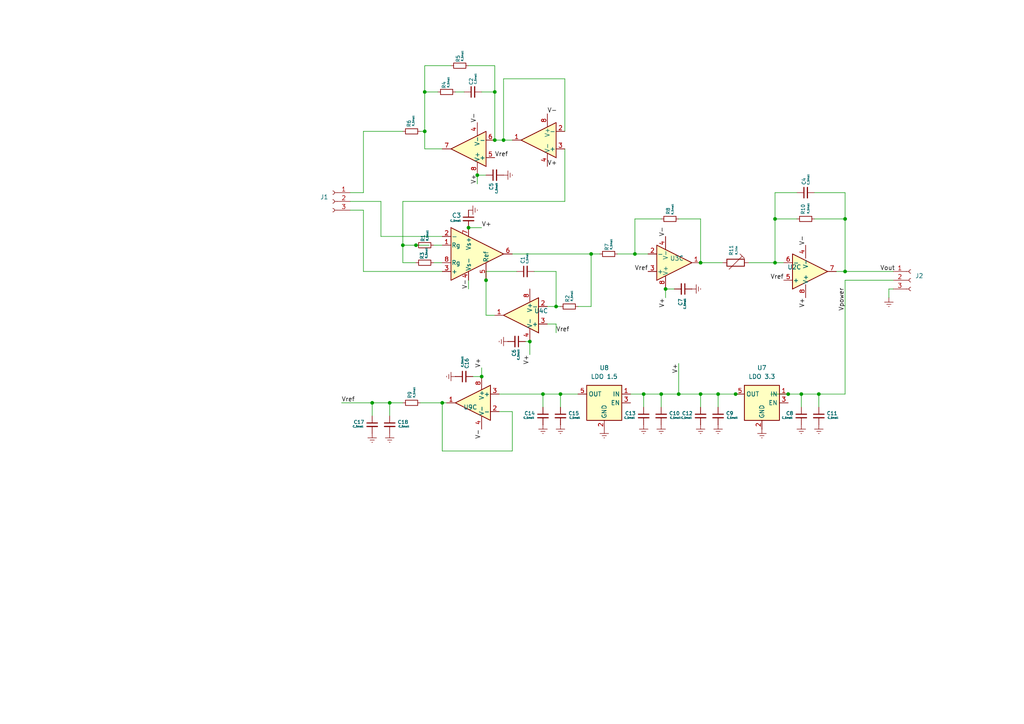
<source format=kicad_sch>
(kicad_sch (version 20250114) (generator "eeschema") (generator_version "9.0")
  (paper "A4")
  (lib_symbols
    (symbol "Amplifier_Instrumentation:AD623" (pin_names (offset 0.127))
      (property "Reference" "U" (at 3.81 7.62 0))
      (property "Value" "AD623" (at 5.08 5.08 0))
      (symbol "AD623_0_1"
        (polyline (pts (xy -7.62 7.62) (xy -7.62 -7.62) (xy 7.62 0) (xy -7.62 7.62)) (stroke (width 0.254)) (fill (type background)))
      )
      (symbol "AD623_1_1"
        (pin input line (at -10.16 5.08 0) (length 2.54) (name "-") (number "2"))
        (pin passive line (at -10.16 2.54 0) (length 2.54) (name "Rg") (number "1"))
        (pin passive line (at -10.16 -2.54 0) (length 2.54) (name "Rg") (number "8"))
        (pin input line (at -10.16 -5.08 0) (length 2.54) (name "+") (number "3"))
        (pin power_in line (at -2.54 7.62 270) (length 2.54) (name "Vs+") (number "7"))
        (pin power_in line (at -2.54 -7.62 90) (length 2.54) (name "Vs-") (number "4"))
        (pin passive line (at 2.54 -7.62 90) (length 5.08) (name "Ref") (number "5"))
        (pin output line (at 10.16 0 180) (length 2.54) (name "~") (number "6"))
      )
    )
    (symbol "Amplifier_Operational:OPA1662D" (pin_names (offset 0.127))
      (property "Reference" "U" (at 0 5.08 0))
      (property "Value" "OPA1662D" (at 0 -5.08 0))
      (symbol "OPA1662D_1_1"
        (polyline (pts (xy -5.08 5.08) (xy 5.08 0) (xy -5.08 -5.08) (xy -5.08 5.08)) (stroke (width 0.254)) (fill (type background)))
        (pin input line (at -7.62 2.54 0) (length 2.54) (name "+") (number "3"))
        (pin input line (at -7.62 -2.54 0) (length 2.54) (name "-") (number "2"))
        (pin output line (at 7.62 0 180) (length 2.54) (name "~") (number "1"))
      )
      (symbol "OPA1662D_2_1"
        (polyline (pts (xy -5.08 5.08) (xy 5.08 0) (xy -5.08 -5.08) (xy -5.08 5.08)) (stroke (width 0.254)) (fill (type background)))
        (pin input line (at -7.62 2.54 0) (length 2.54) (name "+") (number "5"))
        (pin input line (at -7.62 -2.54 0) (length 2.54) (name "-") (number "6"))
        (pin output line (at 7.62 0 180) (length 2.54) (name "~") (number "7"))
      )
      (symbol "OPA1662D_3_1"
        (pin power_in line (at -2.54 7.62 270) (length 3.81) (name "V+") (number "8"))
        (pin power_in line (at -2.54 -7.62 90) (length 3.81) (name "V-") (number "4"))
      )
    )
    (symbol "Connector:Conn_01x03_Socket" (pin_names (offset 1.016) (hide yes))
      (property "Reference" "J" (at 0 5.08 0))
      (property "Value" "Conn_01x03_Socket" (at 0 -5.08 0))
      (symbol "Conn_01x03_Socket_1_1"
        (polyline (pts (xy -1.27 2.54) (xy -0.508 2.54)) (stroke (width 0.1524)))
        (polyline (pts (xy -1.27 0) (xy -0.508 0)) (stroke (width 0.1524)))
        (polyline (pts (xy -1.27 -2.54) (xy -0.508 -2.54)) (stroke (width 0.1524)))
        (arc (start 0 2.032) (mid -0.5058 2.54) (end 0 3.048) (stroke (width 0.1524)))
        (arc (start 0 -0.508) (mid -0.5058 0) (end 0 0.508) (stroke (width 0.1524)))
        (arc (start 0 -3.048) (mid -0.5058 -2.54) (end 0 -2.032) (stroke (width 0.1524)))
        (pin passive line (at -5.08 2.54 0) (length 3.81) (name "Pin_1") (number "1"))
        (pin passive line (at -5.08 0 0) (length 3.81) (name "Pin_2") (number "2"))
        (pin passive line (at -5.08 -2.54 0) (length 3.81) (name "Pin_3") (number "3"))
      )
    )
    (symbol "Device:C_Small" (pin_numbers (hide yes)) (pin_names (offset 0.254) (hide yes))
      (property "Reference" "C" (at 0.254 1.778 0))
      (property "Value" "C_Small" (at 0.254 -2.032 0))
      (symbol "C_Small_0_1"
        (polyline (pts (xy -1.524 0.508) (xy 1.524 0.508)) (stroke (width 0.3048)))
        (polyline (pts (xy -1.524 -0.508) (xy 1.524 -0.508)) (stroke (width 0.3302)))
      )
      (symbol "C_Small_1_1"
        (pin passive line (at 0 2.54 270) (length 2.032) (name "~") (number "1"))
        (pin passive line (at 0 -2.54 90) (length 2.032) (name "~") (number "2"))
      )
    )
    (symbol "Device:R_Small" (pin_numbers (hide yes)) (pin_names (offset 0.254) (hide yes))
      (property "Reference" "R" (at 0 0 90))
      (property "Value" "R_Small" (at 1.778 0 90))
      (symbol "R_Small_0_1"
        (rectangle (start -0.762 1.778) (end 0.762 -1.778) (stroke (width 0.2032)))
      )
      (symbol "R_Small_1_1"
        (pin passive line (at 0 2.54 270) (length 0.762) (name "~") (number "1"))
        (pin passive line (at 0 -2.54 90) (length 0.762) (name "~") (number "2"))
      )
    )
    (symbol "Device:R_Trim" (pin_numbers (hide yes)) (pin_names (offset 0))
      (property "Reference" "R" (at 2.54 -2.54 90))
      (property "Value" "R_Trim" (at -2.54 -0.635 90))
      (symbol "R_Trim_0_1"
        (polyline (pts (xy -1.905 -1.905) (xy 1.905 1.905) (xy 2.54 1.27) (xy 1.27 2.54)))
        (rectangle (start -1.016 -2.54) (end 1.016 2.54) (stroke (width 0.254)))
      )
      (symbol "R_Trim_1_1"
        (pin passive line (at 0 3.81 270) (length 1.27) (name "~") (number "1"))
        (pin passive line (at 0 -3.81 90) (length 1.27) (name "~") (number "2"))
      )
    )
    (symbol "Regulator_Linear:LP3992-18B5"
      (property "Reference" "U" (at -3.81 6.35 0))
      (property "Value" "LP3992-18B5" (at 6.35 6.35 0))
      (symbol "LP3992-18B5_0_1"
        (rectangle (start -5.08 -5.08) (end 5.08 5.08) (stroke (width 0.254)) (fill (type background)))
        (pin power_in line (at -7.62 2.54 0) (length 2.54) (name "IN") (number "1"))
        (pin input line (at -7.62 0 0) (length 2.54) (name "EN") (number "3"))
        (pin power_in line (at 0 -7.62 90) (length 2.54) (name "GND") (number "2"))
        (pin no_connect line (at 5.08 0 180) (length 2.54) (hide yes) (name "NC") (number "4"))
        (pin power_out line (at 7.62 2.54 180) (length 2.54) (name "OUT") (number "5"))
      )
    )
    (symbol "power:Earth" (power) (pin_numbers (hide yes)) (pin_names (offset 0) (hide yes))
      (property "Value" "Earth" (at 0 -3.81 0))
      (symbol "Earth_0_1"
        (polyline (pts (xy -0.635 -1.905) (xy 0.635 -1.905)))
        (polyline (pts (xy -0.127 -2.54) (xy 0.127 -2.54)))
        (polyline (pts (xy 0 -1.27) (xy 0 0)))
        (polyline (pts (xy 1.27 -1.27) (xy -1.27 -1.27)))
      )
      (symbol "Earth_1_1"
        (pin power_in line (at 0 0 270) (length 0) (name "~") (number "1"))
      )
    )
  )
  (junction (at 196.85 114.3))
  (junction (at 143.51 40.64))
  (junction (at 161.29 88.9))
  (junction (at 186.69 114.3))
  (junction (at 138.43 50.8))
  (junction (at 232.41 114.3))
  (junction (at 191.77 114.3))
  (junction (at 143.51 26.67))
  (junction (at 116.84 71.12))
  (junction (at 140.97 81.28))
  (junction (at 203.2 76.2))
  (junction (at 224.79 63.5))
  (junction (at 146.05 40.64))
  (junction (at 107.95 116.84))
  (junction (at 208.28 114.3))
  (junction (at 128.27 116.84))
  (junction (at 193.04 83.82))
  (junction (at 213.36 114.3))
  (junction (at 113.03 116.84))
  (junction (at 245.11 63.5))
  (junction (at 139.7 109.22))
  (junction (at 120.65 71.12))
  (junction (at 135.89 66.04))
  (junction (at 123.19 38.1))
  (junction (at 245.11 78.74))
  (junction (at 162.56 114.3))
  (junction (at 123.19 26.67))
  (junction (at 203.2 114.3))
  (junction (at 171.45 73.66))
  (junction (at 157.48 114.3))
  (junction (at 224.79 76.2))
  (junction (at 228.6 114.3))
  (junction (at 237.49 114.3))
  (junction (at 184.15 73.66))
  (junction (at 153.67 99.06))
  (wire (pts (xy 237.49 114.3) (xy 232.41 114.3)))
  (wire (pts (xy 214.63 114.3) (xy 213.36 114.3)))
  (wire (pts (xy 128.27 130.81) (xy 128.27 116.84)))
  (wire (pts (xy 110.49 68.58) (xy 110.49 58.42)))
  (wire (pts (xy 139.7 109.22) (xy 139.7 106.68)))
  (wire (pts (xy 113.03 116.84) (xy 113.03 120.65)))
  (wire (pts (xy 224.79 63.5) (xy 224.79 76.2)))
  (wire (pts (xy 153.67 102.87) (xy 153.67 99.06)))
  (wire (pts (xy 236.22 55.88) (xy 245.11 55.88)))
  (wire (pts (xy 148.59 130.81) (xy 128.27 130.81)))
  (wire (pts (xy 116.84 76.2) (xy 120.65 76.2)))
  (wire (pts (xy 193.04 83.82) (xy 193.04 86.36)))
  (wire (pts (xy 146.05 22.86) (xy 146.05 40.64)))
  (wire (pts (xy 135.89 81.28) (xy 135.89 83.82)))
  (wire (pts (xy 231.14 63.5) (xy 224.79 63.5)))
  (wire (pts (xy 116.84 38.1) (xy 105.41 38.1)))
  (wire (pts (xy 184.15 73.66) (xy 187.96 73.66)))
  (wire (pts (xy 123.19 19.05) (xy 123.19 26.67)))
  (wire (pts (xy 107.95 120.65) (xy 107.95 116.84)))
  (wire (pts (xy 157.48 114.3) (xy 162.56 114.3)))
  (wire (pts (xy 135.89 19.05) (xy 143.51 19.05)))
  (wire (pts (xy 148.59 119.38) (xy 144.78 119.38)))
  (wire (pts (xy 144.78 114.3) (xy 157.48 114.3)))
  (wire (pts (xy 138.43 50.8) (xy 140.97 50.8)))
  (wire (pts (xy 105.41 60.96) (xy 101.6 60.96)))
  (wire (pts (xy 139.7 109.22) (xy 137.16 109.22)))
  (wire (pts (xy 217.17 76.2) (xy 224.79 76.2)))
  (wire (pts (xy 105.41 55.88) (xy 101.6 55.88)))
  (wire (pts (xy 116.84 71.12) (xy 116.84 76.2)))
  (wire (pts (xy 125.73 76.2) (xy 128.27 76.2)))
  (wire (pts (xy 196.85 114.3) (xy 203.2 114.3)))
  (wire (pts (xy 257.81 83.82) (xy 257.81 86.36)))
  (wire (pts (xy 232.41 114.3) (xy 228.6 114.3)))
  (wire (pts (xy 203.2 76.2) (xy 209.55 76.2)))
  (wire (pts (xy 146.05 40.64) (xy 148.59 40.64)))
  (wire (pts (xy 259.08 83.82) (xy 257.81 83.82)))
  (wire (pts (xy 163.83 43.18) (xy 163.83 58.42)))
  (wire (pts (xy 161.29 93.98) (xy 161.29 96.52)))
  (wire (pts (xy 237.49 118.11) (xy 237.49 114.3)))
  (wire (pts (xy 162.56 114.3) (xy 162.56 118.11)))
  (wire (pts (xy 125.73 71.12) (xy 128.27 71.12)))
  (wire (pts (xy 148.59 73.66) (xy 171.45 73.66)))
  (wire (pts (xy 162.56 114.3) (xy 167.64 114.3)))
  (wire (pts (xy 121.92 38.1) (xy 123.19 38.1)))
  (wire (pts (xy 130.81 19.05) (xy 123.19 19.05)))
  (wire (pts (xy 123.19 43.18) (xy 128.27 43.18)))
  (wire (pts (xy 245.11 81.28) (xy 259.08 81.28)))
  (wire (pts (xy 140.97 78.74) (xy 149.86 78.74)))
  (wire (pts (xy 191.77 63.5) (xy 184.15 63.5)))
  (wire (pts (xy 158.75 93.98) (xy 161.29 93.98)))
  (wire (pts (xy 231.14 55.88) (xy 224.79 55.88)))
  (wire (pts (xy 245.11 78.74) (xy 242.57 78.74)))
  (wire (pts (xy 135.89 66.04) (xy 139.7 66.04)))
  (wire (pts (xy 107.95 116.84) (xy 113.03 116.84)))
  (wire (pts (xy 203.2 63.5) (xy 203.2 76.2)))
  (wire (pts (xy 123.19 26.67) (xy 123.19 38.1)))
  (wire (pts (xy 191.77 114.3) (xy 196.85 114.3)))
  (wire (pts (xy 171.45 88.9) (xy 167.64 88.9)))
  (wire (pts (xy 127 26.67) (xy 123.19 26.67)))
  (wire (pts (xy 140.97 81.28) (xy 140.97 91.44)))
  (wire (pts (xy 213.36 114.3) (xy 208.28 114.3)))
  (wire (pts (xy 182.88 114.3) (xy 186.69 114.3)))
  (wire (pts (xy 128.27 68.58) (xy 110.49 68.58)))
  (wire (pts (xy 116.84 71.12) (xy 120.65 71.12)))
  (wire (pts (xy 245.11 55.88) (xy 245.11 63.5)))
  (wire (pts (xy 171.45 73.66) (xy 171.45 88.9)))
  (wire (pts (xy 140.97 91.44) (xy 143.51 91.44)))
  (wire (pts (xy 224.79 55.88) (xy 224.79 63.5)))
  (wire (pts (xy 105.41 78.74) (xy 105.41 60.96)))
  (wire (pts (xy 148.59 119.38) (xy 148.59 130.81)))
  (wire (pts (xy 143.51 19.05) (xy 143.51 26.67)))
  (wire (pts (xy 196.85 63.5) (xy 203.2 63.5)))
  (wire (pts (xy 232.41 118.11) (xy 232.41 114.3)))
  (wire (pts (xy 121.92 116.84) (xy 128.27 116.84)))
  (wire (pts (xy 157.48 118.11) (xy 157.48 114.3)))
  (wire (pts (xy 171.45 73.66) (xy 173.99 73.66)))
  (wire (pts (xy 245.11 114.3) (xy 245.11 81.28)))
  (wire (pts (xy 113.03 116.84) (xy 116.84 116.84)))
  (wire (pts (xy 105.41 38.1) (xy 105.41 55.88)))
  (wire (pts (xy 224.79 76.2) (xy 227.33 76.2)))
  (wire (pts (xy 245.11 63.5) (xy 245.11 78.74)))
  (wire (pts (xy 140.97 78.74) (xy 140.97 81.28)))
  (wire (pts (xy 110.49 58.42) (xy 101.6 58.42)))
  (wire (pts (xy 191.77 114.3) (xy 191.77 118.11)))
  (wire (pts (xy 203.2 114.3) (xy 208.28 114.3)))
  (wire (pts (xy 143.51 26.67) (xy 139.7 26.67)))
  (wire (pts (xy 186.69 114.3) (xy 191.77 114.3)))
  (wire (pts (xy 203.2 118.11) (xy 203.2 114.3)))
  (wire (pts (xy 123.19 43.18) (xy 123.19 38.1)))
  (wire (pts (xy 132.08 26.67) (xy 134.62 26.67)))
  (wire (pts (xy 161.29 88.9) (xy 162.56 88.9)))
  (wire (pts (xy 163.83 22.86) (xy 163.83 38.1)))
  (wire (pts (xy 208.28 114.3) (xy 208.28 118.11)))
  (wire (pts (xy 236.22 63.5) (xy 245.11 63.5)))
  (wire (pts (xy 161.29 78.74) (xy 161.29 88.9)))
  (wire (pts (xy 179.07 73.66) (xy 184.15 73.66)))
  (wire (pts (xy 154.94 78.74) (xy 161.29 78.74)))
  (wire (pts (xy 146.05 22.86) (xy 163.83 22.86)))
  (wire (pts (xy 223.52 114.3) (xy 228.6 114.3)))
  (wire (pts (xy 184.15 63.5) (xy 184.15 73.66)))
  (wire (pts (xy 237.49 114.3) (xy 245.11 114.3)))
  (wire (pts (xy 152.4 99.06) (xy 153.67 99.06)))
  (wire (pts (xy 128.27 116.84) (xy 129.54 116.84)))
  (wire (pts (xy 143.51 26.67) (xy 143.51 40.64)))
  (wire (pts (xy 186.69 118.11) (xy 186.69 114.3)))
  (wire (pts (xy 143.51 40.64) (xy 146.05 40.64)))
  (wire (pts (xy 120.65 71.12) (xy 124.46 71.12)))
  (wire (pts (xy 128.27 78.74) (xy 105.41 78.74)))
  (wire (pts (xy 161.29 88.9) (xy 158.75 88.9)))
  (wire (pts (xy 99.06 116.84) (xy 107.95 116.84)))
  (wire (pts (xy 138.43 50.8) (xy 138.43 53.34)))
  (wire (pts (xy 163.83 58.42) (xy 116.84 58.42)))
  (wire (pts (xy 116.84 58.42) (xy 116.84 71.12)))
  (wire (pts (xy 193.04 83.82) (xy 195.58 83.82)))
  (wire (pts (xy 196.85 105.41) (xy 196.85 114.3)))
  (wire (pts (xy 245.11 78.74) (xy 259.08 78.74)))
  (label "V-" (at 233.68 71.12 90))
  (label "V-" (at 138.43 35.56 90))
  (label "V-" (at 158.75 33.02 0))
  (label "V+" (at 196.85 105.41 270))
  (label "Vref" (at 187.96 78.74 180))
  (label "V-" (at 139.7 124.46 270))
  (label "V-" (at 193.04 68.58 90))
  (label "Vref" (at 143.51 45.72 0))
  (label "V+" (at 153.67 102.87 270))
  (label "Vout" (at 255.27 78.74 0))
  (label "Vref" (at 161.29 96.52 0))
  (label "Vpower" (at 245.11 90.17 90))
  (label "V+" (at 138.43 53.34 90))
  (label "V-" (at 135.89 83.82 90))
  (label "V+" (at 193.04 86.36 270))
  (label "Vref" (at 227.33 81.28 180))
  (label "V+" (at 139.7 106.68 90))
  (label "V+" (at 158.75 48.26 0))
  (label "V+" (at 233.68 86.36 270))
  (label "V+" (at 139.7 66.04 0))
  (label "Vref" (at 99.06 116.84 0))
  (symbol (lib_id "Amplifier_Operational:OPA1662D") (at 156.21 91.44 0) (unit 3)
    (property "Reference" "U4" (at 154.94 90.1699 0) (effects (justify left)))
    (property "Value" "OPA1662D" (effects (hide yes)))
    (property "Footprint" "Package_SO:SOIC-8_3.9x4.9mm_P1.27mm" (effects (hide yes)))
    (property "Datasheet" "https://www.ti.com/lit/ds/symlink/opa1662.pdf" (effects (hide yes)))
    (property "Description" "Dual Low-Power, Low-Noise, Low-Distortion, Bipolar-Input SoundPlus Audio Operational Amplifiers, SOIC-8" (effects (hide yes)))
  )
  (symbol (lib_id "power:Earth") (at 232.41 123.19 0) (mirror y) (unit 1)
    (property "Reference" "#PWR05" (effects (hide yes)))
    (property "Value" "Earth" (effects (hide yes)))
    (property "Description" "Power symbol creates a global label with name \"Earth\"" (effects (hide yes)))
  )
  (symbol (lib_id "Device:C_Small") (at 237.49 120.65 0) (unit 1)
    (property "Reference" "C11" (at 239.776 119.888 0) (effects (font (size 1.016 1.016)) (justify left)))
    (property "Value" "C_Small" (at 240.03 121.158 0) (effects (font (size 0.508 0.508)) (justify left)))
    (property "Description" "Unpolarized capacitor, small symbol" (effects (hide yes)))
  )
  (symbol (lib_id "Amplifier_Operational:OPA1662D") (at 151.13 91.44 180) (unit 1)
    (property "Reference" "U2" (effects (hide yes)))
    (property "Value" "OPA1662D" (effects (hide yes)))
    (property "Footprint" "Package_SO:SOIC-8_3.9x4.9mm_P1.27mm" (effects (hide yes)))
    (property "Datasheet" "https://www.ti.com/lit/ds/symlink/opa1662.pdf" (effects (hide yes)))
    (property "Description" "Dual Low-Power, Low-Noise, Low-Distortion, Bipolar-Input SoundPlus Audio Operational Amplifiers, SOIC-8" (effects (hide yes)))
  )
  (symbol (lib_id "Device:R_Small") (at 133.35 19.05 90) (unit 1)
    (property "Reference" "R5" (at 132.842 17.018 0) (effects (font (size 1.016 1.016))))
    (property "Value" "R_Small" (at 134.112 16.256 0) (effects (font (size 0.508 0.508))))
    (property "Description" "Resistor, small symbol" (effects (hide yes)))
  )
  (symbol (lib_id "Device:C_Small") (at 162.56 120.65 0) (unit 1)
    (property "Reference" "C15" (at 164.846 119.888 0) (effects (font (size 1.016 1.016)) (justify left)))
    (property "Value" "C_Small" (at 165.1 121.158 0) (effects (font (size 0.508 0.508)) (justify left)))
    (property "Description" "Unpolarized capacitor, small symbol" (effects (hide yes)))
  )
  (symbol (lib_id "power:Earth") (at 208.28 123.19 0) (unit 1)
    (property "Reference" "#PWR07" (effects (hide yes)))
    (property "Value" "Earth" (effects (hide yes)))
    (property "Description" "Power symbol creates a global label with name \"Earth\"" (effects (hide yes)))
  )
  (symbol (lib_id "Device:C_Small") (at 149.86 99.06 270) (unit 1)
    (property "Reference" "C6" (at 149.098 102.362 0) (effects (font (size 1.016 1.016))))
    (property "Value" "C_Small" (at 150.368 102.87 0) (effects (font (size 0.508 0.508))))
    (property "Description" "Unpolarized capacitor, small symbol" (effects (hide yes)))
  )
  (symbol (lib_id "Device:C_Small") (at 135.89 63.5 0) (unit 1)
    (property "Reference" "C3" (at 131.064 62.484 0) (effects (justify left)))
    (property "Value" "C_Small" (at 130.556 64.008 0) (effects (font (size 0.508 0.508)) (justify left)))
    (property "Description" "Unpolarized capacitor, small symbol" (effects (hide yes)))
  )
  (symbol (lib_id "Amplifier_Operational:OPA1662D") (at 135.89 43.18 180) (unit 2)
    (property "Reference" "U2" (effects (hide yes)))
    (property "Value" "OPA1662D" (effects (hide yes)))
    (property "Footprint" "Package_SO:SOIC-8_3.9x4.9mm_P1.27mm" (effects (hide yes)))
    (property "Datasheet" "https://www.ti.com/lit/ds/symlink/opa1662.pdf" (effects (hide yes)))
    (property "Description" "Dual Low-Power, Low-Noise, Low-Distortion, Bipolar-Input SoundPlus Audio Operational Amplifiers, SOIC-8" (effects (hide yes)))
  )
  (symbol (lib_id "power:Earth") (at 237.49 123.19 0) (unit 1)
    (property "Reference" "#PWR010" (effects (hide yes)))
    (property "Value" "Earth" (effects (hide yes)))
    (property "Description" "Power symbol creates a global label with name \"Earth\"" (effects (hide yes)))
  )
  (symbol (lib_id "Connector:Conn_01x03_Socket") (at 264.16 81.28 0) (unit 1)
    (property "Reference" "J2" (at 265.43 80.0099 0) (effects (justify left)))
    (property "Value" "Conn_01x03_Socket" (effects (hide yes)))
    (property "Description" "Generic connector, single row, 01x03, script generated" (effects (hide yes)))
  )
  (symbol (lib_id "Device:C_Small") (at 232.41 120.65 0) (mirror y) (unit 1)
    (property "Reference" "C8" (at 230.124 119.888 0) (effects (font (size 1.016 1.016)) (justify left)))
    (property "Value" "C_Small" (at 229.87 121.158 0) (effects (font (size 0.508 0.508)) (justify left)))
    (property "Description" "Unpolarized capacitor, small symbol" (effects (hide yes)))
  )
  (symbol (lib_id "Regulator_Linear:LP3992-18B5") (at 175.26 116.84 0) (mirror y) (unit 1)
    (property "Reference" "U8" (at 175.26 106.68 0))
    (property "Value" "LDO 1.5" (at 175.26 109.22 0))
    (property "Footprint" "Package_TO_SOT_SMD:SOT-23-5" (effects (hide yes)))
    (property "Datasheet" "https://datasheet.lcsc.com/lcsc/2304140030_LOWPOWER-LP3992-18B5F_C324569.pdf" (effects (hide yes)))
    (property "Description" "LowPowerSemi, 300-mA Ultra-Low-Noise Low-IQ LDO, 1.8V, SOT-23" (effects (hide yes)))
  )
  (symbol (lib_id "power:Earth") (at 132.08 109.22 270) (unit 1)
    (property "Reference" "#PWR015" (effects (hide yes)))
    (property "Value" "Earth" (effects (hide yes)))
    (property "Description" "Power symbol creates a global label with name \"Earth\"" (effects (hide yes)))
  )
  (symbol (lib_id "Device:C_Small") (at 152.4 78.74 90) (unit 1)
    (property "Reference" "C1" (at 151.638 75.438 0) (effects (font (size 1.016 1.016))))
    (property "Value" "C_Small" (at 152.908 74.93 0) (effects (font (size 0.508 0.508))))
    (property "Description" "Unpolarized capacitor, small symbol" (effects (hide yes)))
  )
  (symbol (lib_id "Device:C_Small") (at 203.2 120.65 0) (mirror y) (unit 1)
    (property "Reference" "C12" (at 200.914 119.888 0) (effects (font (size 1.016 1.016)) (justify left)))
    (property "Value" "C_Small" (at 200.66 121.158 0) (effects (font (size 0.508 0.508)) (justify left)))
    (property "Description" "Unpolarized capacitor, small symbol" (effects (hide yes)))
  )
  (symbol (lib_id "power:Earth") (at 162.56 123.19 0) (unit 1)
    (property "Reference" "#PWR014" (effects (hide yes)))
    (property "Value" "Earth" (effects (hide yes)))
    (property "Description" "Power symbol creates a global label with name \"Earth\"" (effects (hide yes)))
  )
  (symbol (lib_id "Device:R_Small") (at 176.53 73.66 90) (unit 1)
    (property "Reference" "R7" (at 176.022 71.628 0) (effects (font (size 1.016 1.016))))
    (property "Value" "R_Small" (at 177.292 70.866 0) (effects (font (size 0.508 0.508))))
    (property "Description" "Resistor, small symbol" (effects (hide yes)))
  )
  (symbol (lib_id "Amplifier_Operational:OPA1662D") (at 195.58 76.2 0) (mirror x) (unit 1)
    (property "Reference" "U4" (effects (hide yes)))
    (property "Value" "OPA1662D" (effects (hide yes)))
    (property "Footprint" "Package_SO:SOIC-8_3.9x4.9mm_P1.27mm" (effects (hide yes)))
    (property "Datasheet" "https://www.ti.com/lit/ds/symlink/opa1662.pdf" (effects (hide yes)))
    (property "Description" "Dual Low-Power, Low-Noise, Low-Distortion, Bipolar-Input SoundPlus Audio Operational Amplifiers, SOIC-8" (effects (hide yes)))
  )
  (symbol (lib_id "power:Earth") (at 191.77 123.19 0) (unit 1)
    (property "Reference" "#PWR09" (effects (hide yes)))
    (property "Value" "Earth" (effects (hide yes)))
    (property "Description" "Power symbol creates a global label with name \"Earth\"" (effects (hide yes)))
  )
  (symbol (lib_id "Device:C_Small") (at 208.28 120.65 0) (unit 1)
    (property "Reference" "C9" (at 210.566 119.888 0) (effects (font (size 1.016 1.016)) (justify left)))
    (property "Value" "C_Small" (at 210.82 121.158 0) (effects (font (size 0.508 0.508)) (justify left)))
    (property "Description" "Unpolarized capacitor, small symbol" (effects (hide yes)))
  )
  (symbol (lib_id "power:Earth") (at 175.26 124.46 0) (unit 1)
    (property "Reference" "#PWR08" (effects (hide yes)))
    (property "Value" "Earth" (effects (hide yes)))
    (property "Description" "Power symbol creates a global label with name \"Earth\"" (effects (hide yes)))
  )
  (symbol (lib_id "Device:C_Small") (at 198.12 83.82 270) (unit 1)
    (property "Reference" "C7" (at 197.358 87.63 0) (effects (font (size 1.016 1.016))))
    (property "Value" "C_Small" (at 198.628 88.138 0) (effects (font (size 0.508 0.508))))
    (property "Description" "Unpolarized capacitor, small symbol" (effects (hide yes)))
  )
  (symbol (lib_id "Amplifier_Operational:OPA1662D") (at 161.29 40.64 0) (unit 3)
    (property "Reference" "U5" (effects (hide yes)))
    (property "Value" "OPA1662D" (effects (hide yes)))
    (property "Footprint" "Package_SO:SOIC-8_3.9x4.9mm_P1.27mm" (effects (hide yes)))
    (property "Datasheet" "https://www.ti.com/lit/ds/symlink/opa1662.pdf" (effects (hide yes)))
    (property "Description" "Dual Low-Power, Low-Noise, Low-Distortion, Bipolar-Input SoundPlus Audio Operational Amplifiers, SOIC-8" (effects (hide yes)))
  )
  (symbol (lib_id "power:Earth") (at 147.32 99.06 270) (unit 1)
    (property "Reference" "#PWR03" (effects (hide yes)))
    (property "Value" "Earth" (effects (hide yes)))
    (property "Description" "Power symbol creates a global label with name \"Earth\"" (effects (hide yes)))
  )
  (symbol (lib_id "power:Earth") (at 200.66 83.82 90) (unit 1)
    (property "Reference" "#PWR04" (effects (hide yes)))
    (property "Value" "Earth" (effects (hide yes)))
    (property "Description" "Power symbol creates a global label with name \"Earth\"" (effects (hide yes)))
  )
  (symbol (lib_id "Device:R_Trim") (at 213.36 76.2 270) (mirror x) (unit 1)
    (property "Reference" "R11" (at 212.09 74.168 0) (effects (font (size 1.016 1.016)) (justify left)))
    (property "Value" "R_Trim" (at 213.614 73.914 0) (effects (font (size 0.508 0.508)) (justify left)))
    (property "Description" "Trimmable resistor (preset resistor)" (effects (hide yes)))
  )
  (symbol (lib_id "Device:C_Small") (at 157.48 120.65 0) (mirror y) (unit 1)
    (property "Reference" "C14" (at 155.194 119.888 0) (effects (font (size 1.016 1.016)) (justify left)))
    (property "Value" "C_Small" (at 154.94 121.158 0) (effects (font (size 0.508 0.508)) (justify left)))
    (property "Description" "Unpolarized capacitor, small symbol" (effects (hide yes)))
  )
  (symbol (lib_id "power:Earth") (at 146.05 50.8 90) (unit 1)
    (property "Reference" "#PWR02" (effects (hide yes)))
    (property "Value" "Earth" (effects (hide yes)))
    (property "Description" "Power symbol creates a global label with name \"Earth\"" (effects (hide yes)))
  )
  (symbol (lib_id "Amplifier_Operational:OPA1662D") (at 142.24 116.84 0) (unit 3)
    (property "Reference" "U9" (at 138.43 118.1101 0) (effects (justify right)))
    (property "Value" "OPA1662D" (effects (hide yes)))
    (property "Footprint" "Package_SO:SOIC-8_3.9x4.9mm_P1.27mm" (effects (hide yes)))
    (property "Datasheet" "https://www.ti.com/lit/ds/symlink/opa1662.pdf" (effects (hide yes)))
    (property "Description" "Dual Low-Power, Low-Noise, Low-Distortion, Bipolar-Input SoundPlus Audio Operational Amplifiers, SOIC-8" (effects (hide yes)))
  )
  (symbol (lib_id "power:Earth") (at 157.48 123.19 0) (mirror y) (unit 1)
    (property "Reference" "#PWR013" (effects (hide yes)))
    (property "Value" "Earth" (effects (hide yes)))
    (property "Description" "Power symbol creates a global label with name \"Earth\"" (effects (hide yes)))
  )
  (symbol (lib_id "Amplifier_Operational:OPA1662D") (at 190.5 76.2 180) (unit 3)
    (property "Reference" "U3" (at 194.31 74.9299 0) (effects (justify right)))
    (property "Value" "OPA1662D" (effects (hide yes)))
    (property "Footprint" "Package_SO:SOIC-8_3.9x4.9mm_P1.27mm" (effects (hide yes)))
    (property "Datasheet" "https://www.ti.com/lit/ds/symlink/opa1662.pdf" (effects (hide yes)))
    (property "Description" "Dual Low-Power, Low-Noise, Low-Distortion, Bipolar-Input SoundPlus Audio Operational Amplifiers, SOIC-8" (effects (hide yes)))
  )
  (symbol (lib_id "power:Earth") (at 113.03 125.73 0) (unit 1)
    (property "Reference" "#PWR017" (effects (hide yes)))
    (property "Value" "Earth" (effects (hide yes)))
    (property "Description" "Power symbol creates a global label with name \"Earth\"" (effects (hide yes)))
  )
  (symbol (lib_id "Regulator_Linear:LP3992-18B5") (at 220.98 116.84 0) (mirror y) (unit 1)
    (property "Reference" "U7" (at 220.98 106.68 0))
    (property "Value" "LDO 3.3" (at 220.98 109.22 0))
    (property "Footprint" "Package_TO_SOT_SMD:SOT-23-5" (effects (hide yes)))
    (property "Datasheet" "https://datasheet.lcsc.com/lcsc/2304140030_LOWPOWER-LP3992-18B5F_C324569.pdf" (effects (hide yes)))
    (property "Description" "LowPowerSemi, 300-mA Ultra-Low-Noise Low-IQ LDO, 1.8V, SOT-23" (effects (hide yes)))
  )
  (symbol (lib_id "power:Earth") (at 107.95 125.73 0) (mirror y) (unit 1)
    (property "Reference" "#PWR016" (effects (hide yes)))
    (property "Value" "Earth" (effects (hide yes)))
    (property "Description" "Power symbol creates a global label with name \"Earth\"" (effects (hide yes)))
  )
  (symbol (lib_id "Device:R_Small") (at 119.38 116.84 90) (unit 1)
    (property "Reference" "R9" (at 118.872 114.554 0) (effects (font (size 1.016 1.016))))
    (property "Value" "R_Small" (at 120.142 113.792 0) (effects (font (size 0.508 0.508))))
    (property "Description" "Resistor, small symbol" (effects (hide yes)))
  )
  (symbol (lib_id "Amplifier_Operational:OPA1662D") (at 137.16 116.84 0) (mirror y) (unit 1)
    (property "Reference" "U5" (effects (hide yes)))
    (property "Value" "OPA1662D" (effects (hide yes)))
    (property "Footprint" "Package_SO:SOIC-8_3.9x4.9mm_P1.27mm" (effects (hide yes)))
    (property "Datasheet" "https://www.ti.com/lit/ds/symlink/opa1662.pdf" (effects (hide yes)))
    (property "Description" "Dual Low-Power, Low-Noise, Low-Distortion, Bipolar-Input SoundPlus Audio Operational Amplifiers, SOIC-8" (effects (hide yes)))
  )
  (symbol (lib_id "Amplifier_Instrumentation:AD623") (at 138.43 73.66 0) (unit 1)
    (property "Reference" "U1" (effects (hide yes)))
    (property "Value" "AD623" (effects (hide yes)))
    (property "Datasheet" "https://www.analog.com/media/en/technical-documentation/data-sheets/AD623.pdf" (effects (hide yes)))
    (property "Description" "Single Rail-to-Rail, Low Cost Instrumentation Amplifier, DIP-8/SOIC-8/MSOP-8" (effects (hide yes)))
  )
  (symbol (lib_id "Device:R_Small") (at 123.19 71.12 270) (unit 1)
    (property "Reference" "R1" (at 122.682 69.088 0) (effects (font (size 1.016 1.016))))
    (property "Value" "R_Small" (at 123.952 68.326 0) (effects (font (size 0.508 0.508))))
    (property "Description" "Resistor, small symbol" (effects (hide yes)))
  )
  (symbol (lib_id "Device:R_Small") (at 233.68 63.5 90) (unit 1)
    (property "Reference" "R10" (at 232.918 60.706 0) (effects (font (size 1.016 1.016))))
    (property "Value" "R_Small" (at 234.442 60.452 0) (effects (font (size 0.508 0.508))))
    (property "Description" "Resistor, small symbol" (effects (hide yes)))
  )
  (symbol (lib_id "Device:R_Small") (at 123.19 76.2 270) (unit 1)
    (property "Reference" "R3" (at 122.428 74.168 0) (effects (font (size 1.016 1.016))))
    (property "Value" "R_Small" (at 123.698 73.406 0) (effects (font (size 0.508 0.508))))
    (property "Description" "Resistor, small symbol" (effects (hide yes)))
  )
  (symbol (lib_id "power:Earth") (at 135.89 60.96 90) (unit 1)
    (property "Reference" "#PWR01" (effects (hide yes)))
    (property "Value" "Earth" (effects (hide yes)))
    (property "Description" "Power symbol creates a global label with name \"Earth\"" (effects (hide yes)))
  )
  (symbol (lib_id "power:Earth") (at 186.69 123.19 0) (mirror y) (unit 1)
    (property "Reference" "#PWR012" (effects (hide yes)))
    (property "Value" "Earth" (effects (hide yes)))
    (property "Description" "Power symbol creates a global label with name \"Earth\"" (effects (hide yes)))
  )
  (symbol (lib_id "Device:C_Small") (at 186.69 120.65 0) (mirror y) (unit 1)
    (property "Reference" "C13" (at 184.404 119.888 0) (effects (font (size 1.016 1.016)) (justify left)))
    (property "Value" "C_Small" (at 184.15 121.158 0) (effects (font (size 0.508 0.508)) (justify left)))
    (property "Description" "Unpolarized capacitor, small symbol" (effects (hide yes)))
  )
  (symbol (lib_id "Device:C_Small") (at 191.77 120.65 0) (unit 1)
    (property "Reference" "C10" (at 194.056 119.888 0) (effects (font (size 1.016 1.016)) (justify left)))
    (property "Value" "C_Small" (at 194.31 121.158 0) (effects (font (size 0.508 0.508)) (justify left)))
    (property "Description" "Unpolarized capacitor, small symbol" (effects (hide yes)))
  )
  (symbol (lib_id "Amplifier_Operational:OPA1662D") (at 236.22 78.74 0) (mirror x) (unit 3)
    (property "Reference" "U2" (at 232.41 77.4699 0) (effects (justify right)))
    (property "Value" "OPA1662D" (effects (hide yes)))
    (property "Footprint" "Package_SO:SOIC-8_3.9x4.9mm_P1.27mm" (effects (hide yes)))
    (property "Datasheet" "https://www.ti.com/lit/ds/symlink/opa1662.pdf" (effects (hide yes)))
    (property "Description" "Dual Low-Power, Low-Noise, Low-Distortion, Bipolar-Input SoundPlus Audio Operational Amplifiers, SOIC-8" (effects (hide yes)))
  )
  (symbol (lib_id "Device:R_Small") (at 129.54 26.67 90) (unit 1)
    (property "Reference" "R4" (at 128.778 24.638 0) (effects (font (size 1.016 1.016))))
    (property "Value" "R_Small" (at 130.048 23.876 0) (effects (font (size 0.508 0.508))))
    (property "Description" "Resistor, small symbol" (effects (hide yes)))
  )
  (symbol (lib_id "Device:C_Small") (at 233.68 55.88 90) (unit 1)
    (property "Reference" "C4" (at 233.172 52.578 0) (effects (font (size 1.016 1.016))))
    (property "Value" "C_Small" (at 234.442 52.07 0) (effects (font (size 0.508 0.508))))
    (property "Description" "Unpolarized capacitor, small symbol" (effects (hide yes)))
  )
  (symbol (lib_id "power:Earth") (at 220.98 124.46 0) (unit 1)
    (property "Reference" "#PWR06" (effects (hide yes)))
    (property "Value" "Earth" (effects (hide yes)))
    (property "Description" "Power symbol creates a global label with name \"Earth\"" (effects (hide yes)))
  )
  (symbol (lib_id "Device:C_Small") (at 143.51 50.8 90) (unit 1)
    (property "Reference" "C5" (at 142.494 54.102 0) (effects (font (size 1.016 1.016))))
    (property "Value" "C_Small" (at 144.018 54.61 0) (effects (font (size 0.508 0.508))))
    (property "Description" "Unpolarized capacitor, small symbol" (effects (hide yes)))
  )
  (symbol (lib_id "Amplifier_Operational:OPA1662D") (at 140.97 43.18 0) (mirror x) (unit 3)
    (property "Reference" "U6" (effects (hide yes)))
    (property "Value" "OPA1662D" (effects (hide yes)))
    (property "Footprint" "Package_SO:SOIC-8_3.9x4.9mm_P1.27mm" (effects (hide yes)))
    (property "Datasheet" "https://www.ti.com/lit/ds/symlink/opa1662.pdf" (effects (hide yes)))
    (property "Description" "Dual Low-Power, Low-Noise, Low-Distortion, Bipolar-Input SoundPlus Audio Operational Amplifiers, SOIC-8" (effects (hide yes)))
  )
  (symbol (lib_id "power:Earth") (at 203.2 123.19 0) (mirror y) (unit 1)
    (property "Reference" "#PWR011" (effects (hide yes)))
    (property "Value" "Earth" (effects (hide yes)))
    (property "Description" "Power symbol creates a global label with name \"Earth\"" (effects (hide yes)))
  )
  (symbol (lib_id "power:Earth") (at 257.81 86.36 0) (unit 1)
    (property "Reference" "#PWR018" (effects (hide yes)))
    (property "Value" "Earth" (effects (hide yes)))
    (property "Description" "Power symbol creates a global label with name \"Earth\"" (effects (hide yes)))
  )
  (symbol (lib_id "Device:C_Small") (at 137.16 26.67 90) (unit 1)
    (property "Reference" "C2" (at 136.652 23.622 0) (effects (font (size 1.016 1.016))))
    (property "Value" "C_Small" (at 137.922 22.86 0) (effects (font (size 0.508 0.508))))
    (property "Description" "Unpolarized capacitor, small symbol" (effects (hide yes)))
  )
  (symbol (lib_id "Device:C_Small") (at 134.62 109.22 90) (unit 1)
    (property "Reference" "C16" (at 135.382 105.41 0) (effects (font (size 1.016 1.016))))
    (property "Value" "C_Small" (at 134.112 104.902 0) (effects (font (size 0.508 0.508))))
    (property "Description" "Unpolarized capacitor, small symbol" (effects (hide yes)))
  )
  (symbol (lib_id "Device:C_Small") (at 107.95 123.19 0) (mirror y) (unit 1)
    (property "Reference" "C17" (at 105.664 122.428 0) (effects (font (size 1.016 1.016)) (justify left)))
    (property "Value" "C_Small" (at 105.41 123.698 0) (effects (font (size 0.508 0.508)) (justify left)))
    (property "Description" "Unpolarized capacitor, small symbol" (effects (hide yes)))
  )
  (symbol (lib_id "Amplifier_Operational:OPA1662D") (at 234.95 78.74 0) (mirror x) (unit 2)
    (property "Reference" "U3" (effects (hide yes)))
    (property "Value" "OPA1662D" (effects (hide yes)))
    (property "Footprint" "Package_SO:SOIC-8_3.9x4.9mm_P1.27mm" (effects (hide yes)))
    (property "Datasheet" "https://www.ti.com/lit/ds/symlink/opa1662.pdf" (effects (hide yes)))
    (property "Description" "Dual Low-Power, Low-Noise, Low-Distortion, Bipolar-Input SoundPlus Audio Operational Amplifiers, SOIC-8" (effects (hide yes)))
  )
  (symbol (lib_id "Device:R_Small") (at 119.38 38.1 90) (unit 1)
    (property "Reference" "R6" (at 118.618 35.814 0) (effects (font (size 1.016 1.016))))
    (property "Value" "R_Small" (at 119.888 35.052 0) (effects (font (size 0.508 0.508))))
    (property "Description" "Resistor, small symbol" (effects (hide yes)))
  )
  (symbol (lib_id "Amplifier_Operational:OPA1662D") (at 156.21 40.64 180) (unit 1)
    (property "Reference" "U3" (effects (hide yes)))
    (property "Value" "OPA1662D" (effects (hide yes)))
    (property "Footprint" "Package_SO:SOIC-8_3.9x4.9mm_P1.27mm" (effects (hide yes)))
    (property "Datasheet" "https://www.ti.com/lit/ds/symlink/opa1662.pdf" (effects (hide yes)))
    (property "Description" "Dual Low-Power, Low-Noise, Low-Distortion, Bipolar-Input SoundPlus Audio Operational Amplifiers, SOIC-8" (effects (hide yes)))
  )
  (symbol (lib_id "Device:C_Small") (at 113.03 123.19 0) (unit 1)
    (property "Reference" "C18" (at 115.316 122.428 0) (effects (font (size 1.016 1.016)) (justify left)))
    (property "Value" "C_Small" (at 115.57 123.698 0) (effects (font (size 0.508 0.508)) (justify left)))
    (property "Description" "Unpolarized capacitor, small symbol" (effects (hide yes)))
  )
  (symbol (lib_id "Device:R_Small") (at 165.1 88.9 90) (unit 1)
    (property "Reference" "R2" (at 164.592 86.614 0) (effects (font (size 1.016 1.016))))
    (property "Value" "R_Small" (at 165.862 85.852 0) (effects (font (size 0.508 0.508))))
    (property "Description" "Resistor, small symbol" (effects (hide yes)))
  )
  (symbol (lib_id "Device:R_Small") (at 194.31 63.5 270) (unit 1)
    (property "Reference" "R8" (at 193.802 61.214 0) (effects (font (size 1.016 1.016))))
    (property "Value" "R_Small" (at 195.072 60.706 0) (effects (font (size 0.508 0.508))))
    (property "Description" "Resistor, small symbol" (effects (hide yes)))
  )
  (symbol (lib_id "Connector:Conn_01x03_Socket") (at 96.52 58.42 0) (mirror y) (unit 1)
    (property "Reference" "J1" (at 95.25 57.1499 0) (effects (justify left)))
    (property "Value" "Conn_01x03_Socket" (effects (hide yes)))
    (property "Description" "Generic connector, single row, 01x03, script generated" (effects (hide yes)))
  )
)
</source>
